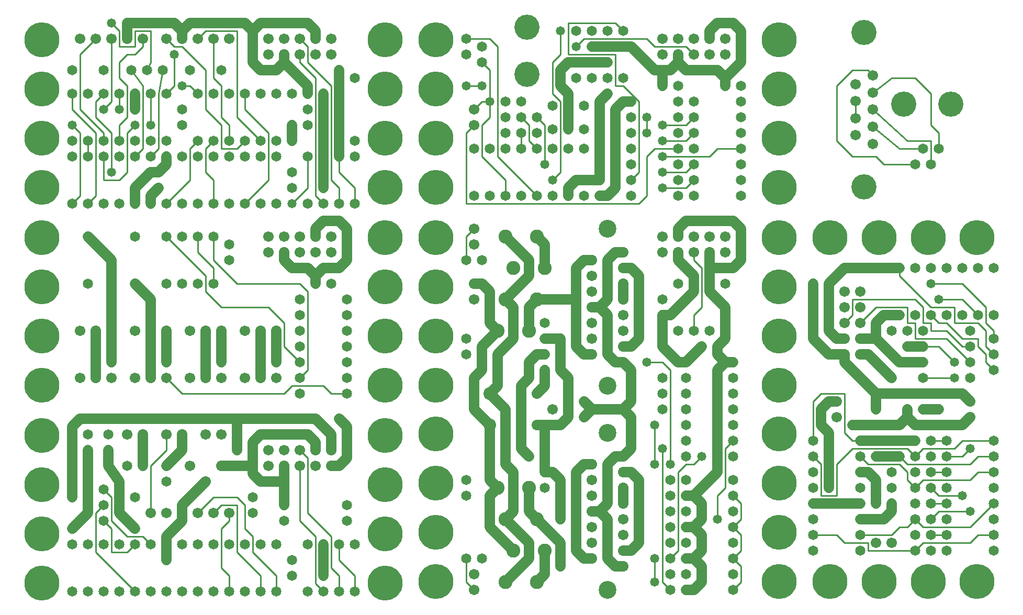
<source format=gbl>
%MOIN*%
%FSLAX25Y25*%
G04 D10 used for Character Trace; *
G04     Circle (OD=.01000) (No hole)*
G04 D11 used for Power Trace; *
G04     Circle (OD=.06500) (No hole)*
G04 D12 used for Signal Trace; *
G04     Circle (OD=.01100) (No hole)*
G04 D13 used for Via; *
G04     Circle (OD=.05800) (Round. Hole ID=.02800)*
G04 D14 used for Component hole; *
G04     Circle (OD=.06500) (Round. Hole ID=.03500)*
G04 D15 used for Component hole; *
G04     Circle (OD=.06700) (Round. Hole ID=.04300)*
G04 D16 used for Component hole; *
G04     Circle (OD=.08100) (Round. Hole ID=.05100)*
G04 D17 used for Component hole; *
G04     Circle (OD=.08900) (Round. Hole ID=.05900)*
G04 D18 used for Component hole; *
G04     Circle (OD=.11300) (Round. Hole ID=.08300)*
G04 D19 used for Component hole; *
G04     Circle (OD=.16000) (Round. Hole ID=.13000)*
G04 D20 used for Component hole; *
G04     Circle (OD=.18300) (Round. Hole ID=.15300)*
G04 D21 used for Component hole; *
G04     Circle (OD=.22291) (Round. Hole ID=.19291)*
%ADD10C,.01000*%
%ADD11C,.06500*%
%ADD12C,.01100*%
%ADD13C,.05800*%
%ADD14C,.06500*%
%ADD15C,.06700*%
%ADD16C,.08100*%
%ADD17C,.08900*%
%ADD18C,.11300*%
%ADD19C,.16000*%
%ADD20C,.18300*%
%ADD21C,.22291*%
%IPPOS*%
%LPD*%
G90*X0Y0D02*D21*X15625Y15625D03*D14*              
X35000Y10000D03*Y40000D03*D21*X15625Y46875D03*D14*
X45000Y10000D03*Y40000D03*X35000Y50000D03*D11*    
X45000Y60000D01*Y90000D01*D14*D03*D11*Y100000D01* 
D14*D03*X58000Y90000D03*D11*Y100000D01*D14*D03*   
X45000Y110000D03*X58000D03*D11*Y90000D02*         
X65000Y80000D01*Y60000D01*X75000Y50000D01*D14*D03*
D12*X70000Y45000D02*X80000D01*X60000Y55000D02*    
X70000Y45000D01*X60000Y70000D02*Y55000D01*        
X55000Y75000D02*X60000Y70000D01*D14*              
X55000Y75000D03*Y65000D03*D12*X50000Y60000D01*    
Y35000D01*X75000Y10000D01*D14*D03*X85000D03*      
X65000D03*D13*X95000Y30000D03*D11*Y40000D01*D14*  
D03*D11*Y45000D01*X105000Y55000D01*Y60000D01*D15* 
D03*D11*Y65000D01*X120000Y80000D01*D15*D03*       
X130000Y90000D03*D11*X150000D01*Y105000D01*       
X155000Y110000D01*X185000D01*X190000Y105000D01*   
Y100000D01*D15*D03*D12*X180000D02*                
X185000Y95000D01*D15*X180000Y100000D03*D12*       
X185000Y95000D02*Y60000D01*X200000Y45000D01*      
Y25000D01*X205000Y20000D01*Y10000D01*D14*D03*D12* 
Y30000D02*X215000Y20000D01*X205000Y40000D02*      
Y30000D01*D14*Y40000D03*X215000D03*X195000D03*D11*
Y20000D01*D13*D03*D12*X190000Y45000D02*Y15000D01* 
X180000Y55000D02*X190000Y45000D01*                
X180000Y90000D02*Y55000D01*D15*Y90000D03*         
X170000Y100000D03*D11*X155000Y80000D02*X170000D01*
X150000Y85000D02*X155000Y80000D01*                
X150000Y90000D02*Y85000D01*D15*X160000Y100000D03* 
D13*X140000D03*D11*Y120000D01*X40000D01*          
X35000Y115000D01*Y70000D01*D14*D03*               
X55000Y55000D03*D12*X60000Y50000D01*Y35000D01*    
X70000D01*X75000Y40000D01*D14*D03*D12*            
X80000Y45000D02*X85000Y40000D01*D14*D03*D15*      
X95000Y60000D03*D14*X105000Y40000D03*D15*         
X85000Y60000D03*D12*Y90000D01*X95000Y100000D01*   
Y110000D01*D15*D03*D11*Y90000D02*                 
X105000Y100000D01*D14*X95000Y90000D03*D11*        
X105000Y110000D02*Y100000D01*D15*Y110000D03*      
X120000D03*X110000Y90000D03*X130000Y110000D03*    
X80000D03*D11*Y90000D01*D14*D03*X70000D03*        
X95000Y80000D03*X75000Y70000D03*D15*              
X70000Y110000D03*X115000Y60000D03*D12*            
X125000Y70000D01*X140000D01*X145000Y65000D01*     
Y50000D01*X150000Y45000D01*Y35000D01*             
X165000Y20000D01*Y10000D01*D14*D03*               
X175000Y20000D03*D12*X140000Y35000D02*            
X155000Y20000D01*X140000Y65000D02*Y35000D01*      
X130000Y65000D02*X140000D01*X125000Y60000D02*     
X130000Y65000D01*D15*X125000Y60000D03*D12*        
X130000Y50000D02*X135000Y55000D01*                
X130000Y50000D02*Y25000D01*X135000Y20000D01*      
Y10000D01*D14*D03*X145000D03*X125000D03*          
X155000D03*D12*Y20000D01*D14*X135000Y40000D03*    
X165000D03*X155000D03*X175000Y30000D03*           
X145000Y40000D03*X125000D03*X185000Y10000D03*     
Y40000D03*X170000Y55000D03*D12*X190000Y15000D02*  
X195000Y10000D01*D14*D03*X215000D03*D12*Y20000D01*
D21*X234375Y15625D03*Y46875D03*D14*               
X210000Y55000D03*X170000Y65000D03*D11*Y80000D01*  
Y90000D01*D15*D03*X160000D03*D14*X150000Y70000D03*
D15*X190000Y90000D03*D11*X140000Y120000D02*       
X190000D01*X200000Y110000D01*Y100000D01*D15*D03*  
D11*X205000Y90000D02*X210000Y95000D01*            
X200000Y90000D02*X205000D01*D15*X200000D03*D11*   
X210000Y115000D02*Y95000D01*X205000Y120000D02*    
X210000Y115000D01*D13*X205000Y120000D03*D21*      
X234375Y109375D03*Y78125D03*D14*X210000Y65000D03* 
X150000Y60000D03*D15*X135000D03*D12*Y55000D01*D14*
X115000Y40000D03*X95000Y10000D03*X105000D03*      
X115000D03*X65000Y40000D03*X55000D03*Y10000D03*   
D21*X15625Y109375D03*Y78125D03*G90*X0Y1000D02*D12*
X95000Y146000D02*X105000Y136000D01*D15*           
X95000Y146000D03*D12*X105000Y136000D02*X170000D01*
X175000Y141000D01*X195000D01*X200000Y136000D01*   
X210000D01*D14*D03*Y146000D03*Y156000D03*D12*     
X180000Y146000D02*X185000Y151000D01*D14*          
X180000Y146000D03*D12*X185000Y201000D02*          
Y151000D01*X180000Y206000D02*X185000Y201000D01*   
X140000Y206000D02*X180000D01*X125000Y221000D02*   
X140000Y206000D01*X125000Y236000D02*Y221000D01*   
D14*Y236000D03*D12*X115000D02*Y226000D01*D14*     
Y236000D03*X105000D03*D12*X115000Y226000D02*      
X125000Y216000D01*Y206000D01*D14*D03*D12*         
X95000Y236000D02*X120000Y211000D01*D14*           
X95000Y236000D03*X75000D03*D12*X120000Y211000D02* 
Y201000D01*X130000Y191000D01*X160000D01*          
X170000Y181000D01*Y166000D01*X180000Y156000D01*   
D14*D03*Y166000D03*D13*X165000Y156000D03*D11*     
Y176000D01*D15*D03*D13*X155000Y166000D03*D11*     
Y176000D01*D15*D03*X145000D03*D11*                
X155000Y166000D02*Y146000D01*D15*D03*X165000D03*  
X145000D03*D14*X180000Y136000D03*D13*             
X130000Y156000D03*D11*Y176000D01*D15*D03*         
X120000D03*D11*Y146000D01*D15*D03*X130000D03*     
X110000D03*D13*X95000Y156000D03*D11*Y176000D01*   
D15*D03*X85000D03*D11*Y196000D01*X75000Y206000D01*
D14*D03*D11*X45000Y236000D02*X60000Y221000D01*D14*
X45000Y236000D03*D11*X60000Y221000D02*Y176000D01* 
D15*D03*D11*Y156000D01*D13*D03*D15*               
X50000Y146000D03*D11*Y176000D01*D15*D03*X40000D03*
X75000D03*X40000Y146000D03*D14*X45000Y206000D03*  
D15*X60000Y146000D03*X75000D03*D21*               
X15625Y141625D03*D15*X85000Y146000D03*D11*        
Y176000D01*D15*X110000D03*D14*X115000Y206000D03*  
X105000D03*X95000D03*X135000Y221000D03*Y231000D03*
D21*X15625Y235375D03*Y204125D03*Y172875D03*D15*   
X160000Y226000D03*Y236000D03*D11*                 
X170000Y226000D02*Y221000D01*D15*Y226000D03*D11*  
Y221000D02*X175000Y216000D01*X185000D01*          
X190000Y211000D01*Y206000D01*D14*D03*D11*         
Y211000D02*X195000Y216000D01*X205000D01*          
X210000Y221000D01*Y241000D01*X205000Y246000D01*   
X195000D01*X190000Y241000D01*Y236000D01*D15*D03*  
X200000Y226000D03*X180000D03*X200000Y236000D03*   
X180000D03*X190000Y226000D03*X170000Y236000D03*   
D14*X200000Y206000D03*X180000Y196000D03*          
X210000D03*D21*X234375Y204125D03*Y235375D03*D14*  
X180000Y186000D03*X210000D03*X180000Y176000D03*   
X210000D03*D21*X234375Y172875D03*D14*             
X210000Y166000D03*D21*X234375Y141625D03*G90*      
X0Y2000D02*D14*X215000Y257000D03*D12*Y267000D01*  
X205000Y277000D01*Y287000D01*D14*D03*D11*         
Y307000D01*D14*D03*D11*Y342000D01*D13*D03*D14*    
X215000Y337000D03*D12*X185000Y347000D02*          
X200000Y332000D01*X185000Y357000D02*Y347000D01*   
X180000Y362000D02*X185000Y357000D01*D15*          
X180000Y362000D03*X190000Y352000D03*X170000D03*   
D11*Y347000D01*X165000Y342000D01*X155000D01*      
X150000Y347000D01*Y367000D01*X145000Y372000D01*   
X110000D01*X105000Y367000D01*X100000Y372000D01*   
X70000D01*Y362000D01*D15*D03*D12*X65000Y357000D02*
X75000D01*X65000Y367000D02*Y357000D01*            
X60000Y372000D02*X65000Y367000D01*D13*            
X60000Y372000D03*D15*X50000Y362000D03*D12*        
X40000Y352000D01*Y317000D01*X55000Y302000D01*     
Y297000D01*D14*D03*D12*X50000Y312000D02*          
X60000Y302000D01*X50000Y322000D02*Y312000D01*     
Y322000D02*X55000Y327000D01*D14*D03*D12*          
Y317000D02*X60000Y322000D01*D13*X55000Y317000D03* 
D12*X60000Y362000D02*Y322000D01*D15*Y362000D03*   
D12*X65000Y347000D02*X70000Y352000D01*            
X65000Y347000D02*Y337000D01*X70000Y332000D01*     
Y312000D01*X65000Y307000D01*Y297000D01*D14*D03*   
D12*X70000Y302000D02*Y277000D01*X65000Y272000D01* 
X55000D01*Y287000D01*D14*D03*X45000Y297000D03*D12*
Y287000D01*D14*D03*X35000Y297000D03*Y287000D03*   
D12*X60000Y302000D02*Y277000D01*D13*D03*D14*      
X65000Y287000D03*D11*X75000Y267000D02*Y257000D01* 
D14*D03*X85000D03*D11*Y262000D01*X90000Y267000D01*
D13*D03*D11*X85000Y277000D02*X90000D01*           
X75000Y267000D02*X85000Y277000D01*D14*            
X65000Y257000D03*D11*X90000Y277000D02*            
X95000Y282000D01*Y287000D01*D14*D03*D12*X85000D02*
X90000Y292000D01*D14*X85000Y287000D03*D12*        
X90000Y327000D02*Y292000D01*X92500Y342000D02*     
X90000Y327000D01*D14*X92500Y342000D03*D12*        
X82500D02*X85000Y347000D01*D14*X82500Y342000D03*  
D12*X85000Y367000D02*Y347000D01*X75000Y367000D02* 
X85000D01*X75000D02*Y357000D01*D15*               
X80000Y362000D03*D12*Y357000D01*X75000Y352000D01* 
X70000D01*D14*X72500Y342000D03*D12*               
X80000Y332000D01*Y292000D01*X75000Y287000D01*D14* 
D03*X85000Y297000D03*X75000D03*D12*               
X70000Y302000D02*X75000Y307000D01*D13*D03*        
X65000Y317000D03*D12*Y327000D01*D14*D03*D13*      
X75000Y317000D03*D11*Y327000D01*D14*D03*X85000D03*
D12*Y307000D01*D13*D03*D14*X95000Y297000D03*      
X105000Y287000D03*X95000Y327000D03*D12*           
X100000Y332000D01*Y352000D01*D13*D03*D12*         
Y357000D02*X105000D01*X95000Y362000D02*           
X100000Y357000D01*D15*X95000Y362000D03*D12*       
X105000Y357000D02*X120000Y342000D01*Y317000D01*   
X130000Y307000D01*Y292000D01*X140000D01*          
X145000Y297000D01*D14*D03*X155000Y287000D03*D12*  
X130000Y312000D02*X135000Y307000D01*              
X130000Y332000D02*Y312000D01*X125000Y337000D02*   
X130000Y332000D01*X125000Y362000D02*Y337000D01*   
D15*Y362000D03*D12*X115000D02*X120000Y367000D01*  
D15*X115000Y362000D03*D12*X120000Y367000D02*      
X140000D01*Y312000D01*X155000Y297000D01*D14*D03*  
D12*X145000Y317000D02*X160000Y302000D01*          
X145000Y327000D02*Y317000D01*D14*Y327000D03*      
X155000D03*X135000D03*X130000Y342000D03*D12*      
X135000Y307000D02*Y297000D01*D14*D03*             
X145000Y287000D03*X125000D03*Y297000D03*D12*      
X120000Y292000D01*Y277000D01*X125000Y272000D01*   
Y257000D01*D14*D03*X135000D03*X115000D03*D12*     
X95000D02*X110000Y272000D01*D14*X95000Y257000D03* 
X105000D03*D12*X110000Y292000D02*Y272000D01*      
Y292000D02*X115000Y297000D01*D14*D03*             
X105000Y307000D03*X115000Y287000D03*X135000D03*   
X105000Y317000D03*X125000Y327000D03*X115000D03*   
D12*X110000Y332000D01*X105000D01*D13*D03*D14*     
X110000Y342000D03*D15*X135000Y362000D03*          
X105000D03*D11*Y367000D01*X150000D02*             
X155000Y372000D01*X185000D01*X190000Y367000D01*   
Y362000D01*D15*D03*X200000Y352000D03*X180000D03*  
D12*Y347000D01*X190000Y337000D01*Y262000D01*      
X195000Y257000D01*D14*D03*D12*X200000Y272000D02*  
X205000Y267000D01*X200000Y332000D02*Y272000D01*   
D13*X195000Y327000D03*D11*Y307000D01*D14*D03*D11* 
Y287000D01*D14*D03*D11*Y267000D01*D13*D03*D14*    
X205000Y257000D03*D12*Y267000D01*D14*             
X185000Y287000D03*D12*Y267000D01*                 
X175000Y257000D01*D13*D03*D14*X185000D03*         
X175000Y267000D03*X165000Y257000D03*D12*          
X145000D02*X160000Y272000D01*D14*                 
X145000Y257000D03*X155000D03*D12*                 
X160000Y302000D02*Y272000D01*D14*                 
X165000Y297000D03*X175000D03*D11*Y307000D01*D13*  
D03*D14*X185000Y317000D03*Y307000D03*D13*         
Y327000D03*D11*Y332000D01*X170000Y347000D01*D15*  
X160000Y352000D03*X170000Y362000D03*X160000D03*   
D14*X165000Y327000D03*X175000D03*D15*             
X200000Y362000D03*D14*X215000Y297000D03*          
X165000Y287000D03*X215000D03*D21*                 
X234375Y298875D03*Y330125D03*Y361375D03*D14*      
X175000Y277000D03*D21*X234375Y267625D03*D14*      
X55000Y342000D03*Y257000D03*D12*X35000Y317000D02* 
X50000Y302000D01*X35000Y327000D02*Y317000D01*D14* 
Y327000D03*X45000D03*X35000Y342000D03*D21*        
X15625Y330125D03*D13*X35000Y307000D03*D12*        
X40000Y302000D01*Y262000D01*X35000Y257000D01*D14* 
D03*X45000D03*D12*X50000Y262000D01*Y302000D01*D21*
X15625Y267625D03*Y298875D03*D15*X40000Y362000D03* 
D21*X15625Y361375D03*G90*X1000Y1000D02*           
X266625Y16625D03*Y47875D03*Y79125D03*Y110375D03*  
Y141625D03*Y172875D03*Y204125D03*Y235375D03*D12*  
X286000Y31000D02*Y16000D01*D14*Y31000D03*         
X296000D03*D15*X291000Y21000D03*D12*              
X286000Y16000D02*X291000Y11000D01*D15*D03*D17*    
X311000Y16000D03*D11*X326000Y31000D01*Y41000D01*  
X311000Y56000D01*D17*D03*D11*X316000Y61000D01*    
Y86000D01*X311000Y91000D01*Y126000D01*            
X301000Y136000D01*D16*D03*D11*X306000Y141000D01*  
Y161000D01*X316000Y171000D01*Y191000D01*          
X311000Y196000D01*D17*D03*D11*X326000Y211000D01*  
Y221000D01*X311000Y236000D01*D17*D03*D14*         
X296000Y221000D03*D15*X291000Y241000D03*D12*      
X286000Y236000D01*Y221000D01*D14*D03*D15*         
X291000Y231000D03*Y206000D03*D11*X296000D01*      
X301000Y201000D01*Y181000D01*X306000Y176000D01*   
D17*D03*D11*X296000Y166000D01*Y151000D01*         
X291000Y146000D01*Y126000D01*X301000Y116000D01*   
D16*D03*D11*Y81000D01*X306000Y76000D01*D17*D03*   
D11*X301000Y71000D01*Y51000D01*X316000Y36000D01*  
D17*D03*D11*X331000Y16000D02*X336000Y21000D01*D17*
X331000Y16000D03*D11*X336000Y36000D02*Y21000D01*  
D17*Y36000D03*D13*X346000Y26000D03*D11*Y41000D01* 
X331000Y56000D01*D17*D03*D11*X326000Y61000D01*    
Y76000D01*D17*D03*D14*X336000Y86000D03*D11*       
Y96000D01*D14*D03*D11*Y116000D01*X331000D01*D15*  
D03*D11*X336000D02*X346000D01*X351000Y121000D01*  
D14*D03*D11*Y131000D01*D14*D03*D11*Y146000D01*    
X346000Y151000D01*Y171000D01*D13*D03*D11*         
X336000D01*D14*D03*D17*X326000Y176000D03*D11*     
Y191000D01*X331000Y196000D01*D17*D03*D11*         
X356000D01*Y216000D01*X361000Y221000D01*          
X366000D01*D15*D03*D11*X376000D02*Y196000D01*     
X371000Y191000D01*X366000D01*D15*D03*D11*         
X371000D02*X376000Y186000D01*Y161000D01*          
X381000Y156000D01*X386000D01*D15*D03*D11*         
X391000Y151000D01*Y131000D01*X386000Y126000D01*   
X366000D01*X361000Y131000D01*D14*D03*D11*         
Y121000D02*X366000Y126000D01*D14*                 
X361000Y121000D03*D18*X376000Y111000D03*          
Y141000D03*D15*X341000Y126000D03*X386000Y96000D03*
D11*X381000D01*X376000Y91000D01*Y66000D01*        
X371000Y61000D01*X366000D01*D15*D03*D11*          
X371000D02*X376000Y56000D01*Y31000D01*            
X381000Y26000D01*X386000D01*D15*D03*D11*Y36000D02*
X391000D01*D15*X386000D03*D11*X391000D02*         
X396000Y41000D01*Y81000D01*X391000Y86000D01*      
X386000D01*D15*D03*D11*Y96000D02*                 
X391000Y101000D01*Y121000D01*X386000Y126000D01*   
D13*X406000Y116000D03*D12*Y91000D01*D13*D03*D14*  
X416000Y81000D03*D13*X411000Y101000D03*D12*       
Y16000D01*X416000Y11000D01*D14*D03*               
X426000Y21000D03*D13*X406000Y16000D03*D12*        
Y31000D01*D13*D03*D14*X416000Y21000D03*Y41000D03* 
Y31000D03*D12*X421000Y36000D01*Y86000D01*         
X426000Y91000D01*X431000D01*X436000Y96000D01*D13* 
D03*D11*X431000Y71000D02*X446000Y86000D01*        
X426000Y71000D02*X431000D01*D14*X426000D03*D11*   
X431000D02*X436000Y66000D01*Y56000D01*            
X431000Y51000D01*X426000D01*D14*D03*D11*          
X431000D02*X436000Y46000D01*Y36000D01*            
X431000Y31000D01*X426000D01*D14*D03*D11*          
X431000D02*X436000Y26000D01*Y16000D01*            
X431000Y11000D01*X426000D01*D14*D03*              
X456000Y41000D03*Y11000D03*D12*X461000Y16000D01*  
Y26000D01*X456000Y31000D01*D14*D03*D12*           
X461000Y36000D01*Y46000D01*X456000Y51000D01*D14*  
D03*D12*X461000Y56000D01*Y66000D01*               
X456000Y71000D01*D14*D03*D12*X446000D02*          
X451000Y76000D01*X446000Y71000D02*Y56000D01*D13*  
D03*D14*X456000Y61000D03*D12*X451000Y101000D02*   
Y76000D01*Y101000D02*X456000Y106000D01*D14*D03*   
Y116000D03*Y96000D03*D11*X446000Y151000D02*       
Y86000D01*Y151000D02*X451000Y156000D01*           
X446000Y161000D01*Y166000D01*D14*D03*D11*         
X451000Y171000D01*Y176000D01*D14*D03*D11*         
Y191000D01*X441000Y201000D01*Y206000D01*D14*D03*  
D11*Y216000D01*Y226000D01*D15*D03*                
X451000Y236000D03*X431000D03*D12*Y221000D02*      
X436000Y216000D01*X431000Y226000D02*Y221000D01*   
D15*Y226000D03*D11*X441000Y216000D02*X456000D01*  
X461000Y221000D01*Y241000D01*X456000Y246000D01*   
X426000D01*X421000Y241000D01*Y236000D01*D15*D03*  
X411000Y226000D03*Y236000D03*X421000Y226000D03*   
D11*Y221000D01*X431000Y211000D01*Y206000D01*D14*  
D03*D11*Y201000D01*X416000Y186000D01*X411000D01*  
D14*D03*D11*Y166000D01*X421000Y156000D01*         
X426000D01*D14*D03*D11*X436000Y166000D01*D14*D03* 
X441000Y176000D03*X431000D03*D12*Y186000D01*      
X436000Y191000D01*Y216000D01*D14*                 
X451000Y206000D03*D15*Y226000D03*D14*             
X421000Y206000D03*D15*X441000Y236000D03*D14*      
X411000Y196000D03*X421000Y176000D03*D11*          
X391000Y216000D02*X396000Y211000D01*              
X386000Y216000D02*X391000D01*D15*X386000D03*D11*  
X396000Y211000D02*Y171000D01*X391000Y166000D01*   
X386000D01*D15*D03*Y176000D03*D13*                
X401000Y156000D03*D12*X411000D01*                 
X416000Y151000D01*Y91000D01*D13*D03*D14*          
X426000Y81000D03*Y96000D03*Y106000D03*            
X416000Y71000D03*X426000Y116000D03*               
X416000Y61000D03*X426000D03*D15*X386000Y76000D03* 
D11*Y66000D01*D15*D03*Y56000D03*X366000Y81000D03* 
Y71000D03*X386000Y46000D03*X366000Y51000D03*D11*  
X356000Y86000D02*X361000Y91000D01*                
X356000Y86000D02*Y36000D01*X361000Y31000D01*      
X366000D01*D15*D03*Y41000D03*D18*X376000Y11000D03*
D13*X346000Y56000D03*D11*Y81000D01*               
X341000Y86000D01*X336000D01*D14*X326000Y96000D03* 
D11*X321000Y101000D01*Y126000D01*D13*D03*D11*     
Y141000D01*X326000Y146000D01*Y156000D01*          
X331000Y161000D01*X336000D01*D14*D03*Y151000D03*  
D11*Y141000D01*X331000Y136000D01*D15*D03*D11*     
X356000Y196000D02*Y166000D01*D15*                 
X366000Y201000D03*Y211000D03*Y181000D03*D17*      
X336000Y216000D03*D11*Y231000D01*                 
X331000Y236000D01*D17*D03*X316000Y216000D03*D15*  
X291000Y196000D03*D11*X376000Y221000D02*          
X381000Y226000D01*X386000D01*D15*D03*D18*         
X376000Y241000D03*D15*X386000Y206000D03*D11*      
Y196000D01*D15*D03*Y186000D03*X366000Y171000D03*  
D11*X356000Y166000D02*X361000Y161000D01*          
X366000D01*D15*D03*D14*X336000Y181000D03*         
X411000Y126000D03*Y136000D03*Y146000D03*          
X426000Y126000D03*Y136000D03*Y146000D03*D11*      
X361000Y91000D02*X366000D01*D15*D03*D14*          
X336000Y76000D03*X416000Y51000D03*                
X426000Y41000D03*X286000Y171000D03*Y161000D03*    
Y81000D03*Y71000D03*D11*X451000Y156000D02*        
X456000D01*D14*D03*Y146000D03*Y136000D03*D21*     
X485375Y141625D03*D14*X456000Y126000D03*D21*      
X485375Y172875D03*Y110375D03*Y204125D03*D14*      
X456000Y81000D03*D21*X485375Y79125D03*Y235375D03* 
Y47875D03*D14*X456000Y21000D03*D21*               
X485375Y16625D03*G90*X1000Y2000D02*               
X266625Y267625D03*D12*X286000Y302000D02*          
Y257000D01*Y302000D02*X291000Y307000D01*D15*D03*  
D12*X296000D02*Y287000D01*X311000Y272000D01*      
Y262000D01*D14*D03*X321000D03*X301000D03*         
X331000D03*D12*X306000Y287000D01*Y357000D01*      
X301000Y362000D01*X286000D01*D14*D03*             
X296000Y357000D03*X286000Y352000D03*              
X296000Y347000D03*D12*X301000Y342000D01*          
Y322000D01*D13*D03*D12*X296000D01*                
X291000Y317000D01*D15*D03*D12*X296000Y307000D02*  
X301000Y312000D01*Y322000D01*D14*                 
X311000Y312000D03*Y322000D03*D13*                 
X296000Y332000D03*D12*X286000D01*D13*D03*D21*     
X266625Y330125D03*Y361375D03*D14*                 
X311000Y302000D03*X321000D03*D12*Y292000D01*D14*  
D03*D12*X326000Y307000D02*Y297000D01*             
X321000Y312000D02*X326000Y307000D01*D14*          
X321000Y312000D03*X331000Y302000D03*Y312000D03*   
D12*X336000Y307000D01*Y282000D01*D13*D03*D12*     
X341000Y272000D02*X346000Y277000D01*D13*          
X341000Y272000D03*D12*X346000Y322000D02*          
Y277000D01*X341000Y327000D02*X346000Y322000D01*   
X341000Y347000D02*Y327000D01*Y347000D02*          
X346000Y352000D01*Y367000D01*D13*D03*D12*         
X351000Y372000D02*Y352000D01*X381000D01*          
Y332000D01*X386000D01*X396000Y322000D01*          
Y277000D01*X391000Y272000D01*D14*D03*D12*         
X396000Y257000D02*X401000Y262000D01*              
X286000Y257000D02*X396000D01*D14*                 
X291000Y262000D03*X311000Y292000D03*X301000D03*   
X291000D03*D12*X326000Y297000D02*                 
X331000Y292000D01*D14*D03*X341000Y304500D03*      
Y292000D03*X351000D03*Y304500D03*D11*Y319500D01*  
D14*D03*D11*Y327000D01*X346000Y332000D01*         
Y342000D01*X351000Y347000D01*X376000D01*D13*D03*  
D14*X386000Y337000D03*D13*X366000Y357000D03*D11*  
X391000D01*X406000Y342000D01*X411000D01*          
Y332000D01*D14*D03*X421000Y322000D03*D11*         
X411000Y342000D02*X416000D01*X421000Y347000D01*   
Y352000D01*D15*D03*D12*X406000Y357000D02*         
X426000D01*X401000Y362000D02*X406000Y357000D01*   
X361000Y362000D02*X401000D01*X356000Y357000D02*   
X361000Y362000D01*D13*X356000Y357000D03*D14*      
X366000Y367000D03*X356000D03*D12*                 
X351000Y372000D02*X381000D01*X386000Y367000D01*   
D14*D03*X376000D03*D15*X411000Y352000D03*         
Y362000D03*D14*X356000Y337000D03*X366000D03*      
X376000D03*X421000Y332000D03*D11*Y347000D02*      
X426000Y342000D01*X446000D01*X451000Y337000D01*   
Y332000D01*D14*D03*D11*Y337000D02*                
X461000Y347000D01*Y367000D01*X456000Y372000D01*   
X446000D01*X441000Y367000D01*Y362000D01*D15*D03*  
X451000Y352000D03*X431000D03*D12*                 
X426000Y357000D01*D15*X431000Y362000D03*          
X421000D03*X441000Y352000D03*X451000Y362000D03*   
D14*X461000Y322000D03*X391000D03*D11*X386000D01*  
X381000Y317000D01*Y302000D01*D14*D03*D11*         
Y267000D01*X376000Y262000D01*X371000D01*D14*D03*  
Y272000D03*D11*X356000D01*X351000Y267000D01*      
Y262000D01*D14*D03*X361000D03*X341000D03*D11*     
X371000Y302000D02*Y272000D01*D14*Y302000D03*D11*  
Y322000D01*X376000Y327000D01*D13*D03*D14*         
X391000Y312000D03*X361000Y319500D03*D13*          
X401000Y302000D03*D12*Y312000D01*D13*D03*D14*     
X391000Y302000D03*D13*X411000Y307000D03*D12*      
X426000D01*X431000Y312000D01*D14*D03*             
X421000Y302000D03*X431000Y322000D03*              
X421000Y312000D03*X431000Y302000D03*D12*          
X426000Y297000D01*X411000D01*D13*D03*D12*         
X401000Y287000D02*X406000Y292000D01*              
X401000Y287000D02*Y262000D01*D14*X391000D03*D13*  
X411000Y267000D03*D12*X426000D01*                 
X431000Y272000D01*D14*D03*D12*X411000Y277000D02*  
X426000D01*D13*X411000D03*D14*X421000Y272000D03*  
D13*X411000Y287000D03*D12*X441000D01*             
X446000Y292000D01*X461000D01*D14*D03*Y302000D03*  
Y282000D03*Y312000D03*Y272000D03*D21*             
X485375Y267625D03*Y298875D03*D14*                 
X431000Y262000D03*Y292000D03*X461000Y262000D03*   
X431000Y282000D03*D12*X426000Y277000D01*D14*      
X421000Y282000D03*Y262000D03*Y292000D03*D12*      
X406000D01*D14*X391000D03*Y282000D03*             
X361000Y304500D03*Y292000D03*X461000Y332000D03*   
X341000Y319500D03*D19*X324500Y369500D03*          
Y339500D03*D21*X485375Y330125D03*Y361375D03*D14*  
X321000Y322000D03*D21*X266625Y298875D03*G90*      
X2000Y1000D02*D14*X507000Y36000D03*Y46000D03*D12* 
X522000D01*X527000Y41000D01*X542000D01*Y36000D01* 
X572000D01*D14*D03*D12*X577000Y41000D01*          
X607000D01*X612000Y46000D01*X622000D01*D14*D03*   
Y56000D03*Y36000D03*D13*X607000Y61000D03*D12*     
X587000D01*X582000Y56000D01*D14*D03*D12*          
X577000Y51000D02*X607000D01*X622000Y66000D01*D14* 
D03*Y76000D03*D12*X577000Y81000D02*X607000D01*    
X572000Y76000D02*X577000Y81000D01*D14*            
X572000Y76000D03*D12*X567000Y81000D01*Y86000D01*  
X562000Y91000D01*X542000D01*X537000Y96000D01*D14* 
D03*D12*X522000Y91000D02*X532000Y101000D01*       
X522000Y71000D02*Y91000D01*X512000Y71000D02*      
X522000D01*X512000D02*Y91000D01*X507000Y96000D01* 
D14*D03*Y106000D03*D12*Y131000D01*                
X512000Y136000D01*X527000D01*Y111000D01*          
X532000Y106000D01*X537000D01*D14*D03*D11*         
X562000D01*D14*D03*D11*X572000D01*D14*D03*D12*    
Y96000D02*X577000Y101000D01*D14*X572000Y96000D03* 
D12*X567000Y101000D01*X532000D01*D11*             
X517000Y76000D02*Y111000D01*D13*Y76000D03*D14*    
X507000Y86000D03*Y66000D03*D11*X537000D01*D14*D03*
X547000D03*D11*Y81000D01*X542000Y86000D01*        
X537000D01*D14*D03*D13*X547000Y96000D03*D11*      
X562000D01*D14*D03*D12*X567000Y91000D01*          
X607000D01*X612000Y96000D01*X622000D01*D14*D03*   
D12*X607000Y81000D02*X612000Y86000D01*X622000D01* 
D14*D03*D13*X607000Y101000D03*D12*                
X602000Y96000D01*X592000D01*D14*D03*D12*          
X577000Y101000D02*X597000D01*D14*X582000Y96000D03*
Y106000D03*D12*X592000D01*D14*D03*D12*            
X597000Y101000D02*X602000Y106000D01*X622000D01*   
D14*D03*D15*X607000Y121000D03*D11*                
X602000Y116000D01*X572000D01*X567000Y121000D01*   
X562000Y116000D01*X532000D01*D13*D03*D15*         
X522000Y121000D03*D11*X512000Y126000D02*          
X517000Y131000D01*X512000Y116000D02*Y126000D01*   
X517000Y111000D02*X512000Y116000D01*D15*          
X522000Y131000D03*D11*X517000D01*                 
X547000Y136000D02*X527000Y156000D01*              
X547000Y126000D02*Y136000D01*D13*Y126000D03*D11*  
Y136000D02*X572000D01*D14*D03*D11*X587000D01*D14* 
D03*D11*X602000D01*X607000Y131000D01*D15*D03*D14* 
Y146000D03*D13*X597000D03*D12*X577000D01*D14*D03* 
X567000Y156000D03*D11*X562000D01*                 
X547000Y171000D01*X537000D01*D15*D03*D11*         
X547000D02*Y181000D01*D15*X537000D03*D12*         
X547000Y191000D01*X567000D01*Y181000D01*          
X572000D01*Y171000D01*X592000D01*                 
X607000Y156000D01*D14*D03*D12*X622000Y161000D02*  
X617000Y166000D01*D14*X622000Y161000D03*D12*      
X617000Y166000D02*Y176000D01*X612000Y181000D01*   
X597000D01*Y191000D01*X582000D01*                 
X562000Y211000D01*Y216000D01*D14*D03*D11*         
X527000D01*X517000Y206000D01*Y176000D01*          
X522000Y171000D01*X527000D01*D15*D03*             
X537000Y161000D03*D11*X542000D01*                 
X557000Y146000D01*D13*D03*D11*X567000Y156000D02*  
X577000D01*D14*D03*D12*X597000D02*                
X587000Y166000D01*D13*X597000Y156000D03*D14*      
X607000Y166000D03*D12*X602000D01*                 
X592000Y176000D01*X582000D01*Y181000D01*          
X577000D01*Y191000D01*X572000Y196000D01*          
X532000D01*Y186000D01*X527000Y181000D01*D15*D03*  
X537000Y191000D03*X527000D03*X537000Y201000D03*   
D11*X517000Y161000D02*X527000D01*D15*D03*D11*     
Y156000D01*X517000Y161000D02*X507000Y171000D01*   
Y206000D01*D13*D03*D15*X527000Y201000D03*D21*     
X517625Y235375D03*D11*X547000Y181000D02*          
X552000Y186000D01*X562000D01*D14*D03*             
X557000Y176000D03*X572000Y186000D03*              
X567000Y176000D03*X577000D03*D13*                 
X582000Y206000D03*D12*X602000D01*                 
X617000Y191000D01*Y181000D01*X622000Y176000D01*   
Y171000D01*D14*D03*D12*X617000Y156000D02*         
Y161000D01*X622000Y151000D02*X617000Y156000D01*   
D14*X622000Y151000D03*D12*X617000Y161000D02*      
X612000Y166000D01*Y171000D01*X602000D01*          
X592000Y181000D01*X587000D01*X582000Y186000D01*   
D14*D03*D13*X587000Y196000D03*D12*X602000D01*     
X612000Y186000D01*D14*D03*X607000Y176000D03*      
X622000Y186000D03*X602000D03*X592000D03*D12*      
X577000Y166000D02*X587000D01*D14*X577000D03*D11*  
X567000D01*D14*D03*Y126000D03*D11*Y121000D01*D14* 
X577000Y126000D03*D11*X587000D01*D14*D03*         
X557000Y86000D03*X572000D03*X582000D03*D12*       
X592000D01*D14*D03*X582000Y76000D03*D12*          
X587000Y71000D01*X602000D01*D13*D03*D14*          
X592000Y76000D03*Y66000D03*D12*X582000D01*D14*D03*
X592000Y56000D03*X572000D03*D12*X567000Y51000D01* 
X562000D01*X557000Y46000D01*X537000D01*D14*D03*   
D15*X547000Y41000D03*D14*X537000Y56000D03*D11*    
X552000D01*X557000Y61000D01*Y66000D01*D14*D03*    
Y76000D03*D12*X577000Y51000D02*X572000Y56000D01*  
D14*X582000Y46000D03*D12*X592000D01*D14*D03*      
X582000Y36000D03*X592000D03*X572000Y66000D03*     
Y46000D03*D21*X580125Y16625D03*X611375D03*D15*    
X557000Y41000D03*D21*X548875Y16625D03*D14*        
X537000Y76000D03*Y36000D03*D21*X517625Y16625D03*  
D14*X507000Y76000D03*Y56000D03*X622000Y216000D03* 
X612000D03*X602000D03*X592000D03*X582000D03*      
X572000D03*D21*X611375Y235375D03*X580125D03*      
X548875D03*G90*X2000Y2000D02*D12*                 
X532000Y287000D02*X522000Y297000D01*              
X532000Y287000D02*X547000D01*X552000Y282000D01*   
X572000D01*D14*D03*D12*X562000Y292000D02*         
X577000D01*D14*D03*D12*X582000Y282000D02*         
Y297000D01*D14*Y282000D03*X587000Y292000D03*D12*  
Y302000D01*X582000Y307000D01*Y327000D01*          
X572000Y337000D01*X557000D01*X545100Y327900D01*   
D15*D03*Y338800D03*D12*X542000Y342000D01*         
X532000D01*X522000Y332000D01*Y297000D01*D15*      
X533800Y300700D03*Y311600D03*D12*Y322400D01*D15*  
D03*Y333300D03*X545100Y306100D03*D12*             
X562000Y292000D01*X567000Y297000D02*X582000D01*   
X567000D02*X545100Y317000D01*D15*D03*Y295200D03*  
D19*X564500Y320500D03*X594500D03*                 
X539400Y267800D03*Y366200D03*M02*                 

</source>
